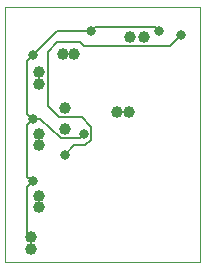
<source format=gbl>
G75*
%MOIN*%
%OFA0B0*%
%FSLAX24Y24*%
%IPPOS*%
%LPD*%
%AMOC8*
5,1,8,0,0,1.08239X$1,22.5*
%
%ADD10C,0.0000*%
%ADD11C,0.0397*%
%ADD12C,0.0317*%
%ADD13C,0.0060*%
D10*
X002392Y002517D02*
X002392Y011017D01*
X008892Y011017D01*
X008892Y002517D01*
X002392Y002517D01*
D11*
X003267Y002954D03*
X003267Y003329D03*
X003517Y004329D03*
X003517Y004704D03*
X003517Y006392D03*
X003517Y006767D03*
X004392Y006954D03*
X004392Y007642D03*
X003517Y008454D03*
X003517Y008829D03*
X004329Y009454D03*
X004704Y009454D03*
X006142Y007517D03*
X006517Y007517D03*
X006579Y010017D03*
X007017Y010017D03*
D12*
X007517Y010204D03*
X008267Y010079D03*
X005267Y010204D03*
X003329Y009392D03*
X003329Y007267D03*
X004392Y006079D03*
X005017Y006767D03*
X003329Y005204D03*
D13*
X003142Y005329D01*
X003142Y007079D01*
X003329Y007267D01*
X003579Y007267D01*
X004267Y006642D01*
X004892Y006642D01*
X005017Y006767D01*
X005267Y006579D02*
X005079Y006392D01*
X004704Y006392D01*
X004392Y006079D01*
X005267Y006579D02*
X005267Y007017D01*
X004954Y007329D01*
X004204Y007329D01*
X003829Y007704D01*
X003829Y009517D01*
X004142Y009829D01*
X004892Y009829D01*
X005017Y009704D01*
X007892Y009704D01*
X008267Y010079D01*
X007517Y010204D02*
X007392Y010329D01*
X005392Y010329D01*
X005267Y010204D01*
X004142Y010204D01*
X003329Y009392D01*
X003142Y009204D01*
X003142Y007454D01*
X003329Y007267D01*
X003329Y005204D02*
X003142Y005017D01*
X003142Y003454D01*
X003267Y003329D01*
M02*

</source>
